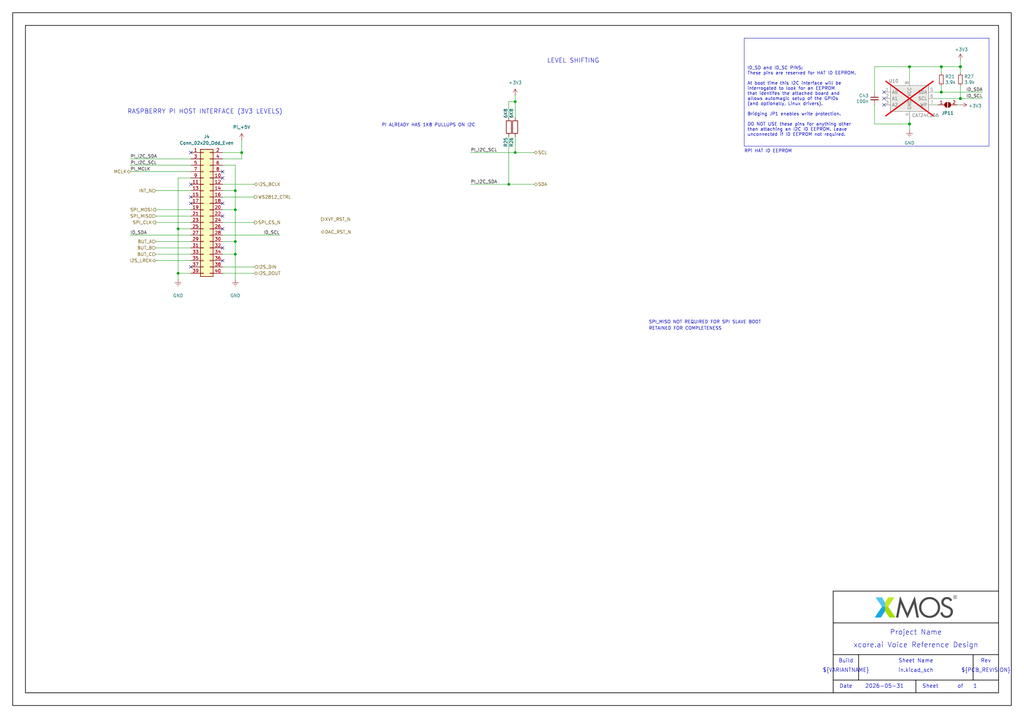
<source format=kicad_sch>
(kicad_sch (version 20231120) (generator "eeschema") (generator_version "8.0")
  (paper "User" 408.94 287.02)
  (title_block (title "xcore.ai Voice Reference Design") (rev "1V0"))
  (lib_symbols
    (symbol "Connector_Generic:Conn_02x20_Odd_Even" (pin_names (offset 1.016) hide)
      (property "Reference" "J" (at 1.27 25.4 0))
      (property "Value" "Conn_02x20_Odd_Even" (at 1.27 -27.94 0))
      (symbol "Conn_02x20_Odd_Even_1_1"
        (rectangle (start -1.27 -25.273) (end 0 -25.527) (stroke (width 0.1524)))
        (rectangle (start -1.27 -22.733) (end 0 -22.987) (stroke (width 0.1524)))
        (rectangle (start -1.27 -20.193) (end 0 -20.447) (stroke (width 0.1524)))
        (rectangle (start -1.27 -17.653) (end 0 -17.907) (stroke (width 0.1524)))
        (rectangle (start -1.27 -15.113) (end 0 -15.367) (stroke (width 0.1524)))
        (rectangle (start -1.27 -12.573) (end 0 -12.827) (stroke (width 0.1524)))
        (rectangle (start -1.27 -10.033) (end 0 -10.287) (stroke (width 0.1524)))
        (rectangle (start -1.27 -7.493) (end 0 -7.747) (stroke (width 0.1524)))
        (rectangle (start -1.27 -4.953) (end 0 -5.207) (stroke (width 0.1524)))
        (rectangle (start -1.27 -2.413) (end 0 -2.667) (stroke (width 0.1524)))
        (rectangle (start -1.27 0.127) (end 0 -0.127) (stroke (width 0.1524)))
        (rectangle (start -1.27 2.667) (end 0 2.413) (stroke (width 0.1524)))
        (rectangle (start -1.27 5.207) (end 0 4.953) (stroke (width 0.1524)))
        (rectangle (start -1.27 7.747) (end 0 7.493) (stroke (width 0.1524)))
        (rectangle (start -1.27 10.287) (end 0 10.033) (stroke (width 0.1524)))
        (rectangle (start -1.27 12.827) (end 0 12.573) (stroke (width 0.1524)))
        (rectangle (start -1.27 15.367) (end 0 15.113) (stroke (width 0.1524)))
        (rectangle (start -1.27 17.907) (end 0 17.653) (stroke (width 0.1524)))
        (rectangle (start -1.27 20.447) (end 0 20.193) (stroke (width 0.1524)))
        (rectangle (start -1.27 22.987) (end 0 22.733) (stroke (width 0.1524)))
        (rectangle (start -1.27 24.13) (end 3.81 -26.67) (stroke (width 0.254)) (fill (type background)))
        (rectangle (start 3.81 -25.273) (end 2.54 -25.527) (stroke (width 0.1524)))
        (rectangle (start 3.81 -22.733) (end 2.54 -22.987) (stroke (width 0.1524)))
        (rectangle (start 3.81 -20.193) (end 2.54 -20.447) (stroke (width 0.1524)))
        (rectangle (start 3.81 -17.653) (end 2.54 -17.907) (stroke (width 0.1524)))
        (rectangle (start 3.81 -15.113) (end 2.54 -15.367) (stroke (width 0.1524)))
        (rectangle (start 3.81 -12.573) (end 2.54 -12.827) (stroke (width 0.1524)))
        (rectangle (start 3.81 -10.033) (end 2.54 -10.287) (stroke (width 0.1524)))
        (rectangle (start 3.81 -7.493) (end 2.54 -7.747) (stroke (width 0.1524)))
        (rectangle (start 3.81 -4.953) (end 2.54 -5.207) (stroke (width 0.1524)))
        (rectangle (start 3.81 -2.413) (end 2.54 -2.667) (stroke (width 0.1524)))
        (rectangle (start 3.81 0.127) (end 2.54 -0.127) (stroke (width 0.1524)))
        (rectangle (start 3.81 2.667) (end 2.54 2.413) (stroke (width 0.1524)))
        (rectangle (start 3.81 5.207) (end 2.54 4.953) (stroke (width 0.1524)))
        (rectangle (start 3.81 7.747) (end 2.54 7.493) (stroke (width 0.1524)))
        (rectangle (start 3.81 10.287) (end 2.54 10.033) (stroke (width 0.1524)))
        (rectangle (start 3.81 12.827) (end 2.54 12.573) (stroke (width 0.1524)))
        (rectangle (start 3.81 15.367) (end 2.54 15.113) (stroke (width 0.1524)))
        (rectangle (start 3.81 17.907) (end 2.54 17.653) (stroke (width 0.1524)))
        (rectangle (start 3.81 20.447) (end 2.54 20.193) (stroke (width 0.1524)))
        (rectangle (start 3.81 22.987) (end 2.54 22.733) (stroke (width 0.1524)))
        (pin passive line (at -5.08 22.86 0) (length 3.81) (name "Pin_1") (number "1"))
        (pin passive line (at 7.62 12.7 180) (length 3.81) (name "Pin_10") (number "10"))
        (pin passive line (at -5.08 10.16 0) (length 3.81) (name "Pin_11") (number "11"))
        (pin passive line (at 7.62 10.16 180) (length 3.81) (name "Pin_12") (number "12"))
        (pin passive line (at -5.08 7.62 0) (length 3.81) (name "Pin_13") (number "13"))
        (pin passive line (at 7.62 7.62 180) (length 3.81) (name "Pin_14") (number "14"))
        (pin passive line (at -5.08 5.08 0) (length 3.81) (name "Pin_15") (number "15"))
        (pin passive line (at 7.62 5.08 180) (length 3.81) (name "Pin_16") (number "16"))
        (pin passive line (at -5.08 2.54 0) (length 3.81) (name "Pin_17") (number "17"))
        (pin passive line (at 7.62 2.54 180) (length 3.81) (name "Pin_18") (number "18"))
        (pin passive line (at -5.08 0 0) (length 3.81) (name "Pin_19") (number "19"))
        (pin passive line (at 7.62 22.86 180) (length 3.81) (name "Pin_2") (number "2"))
        (pin passive line (at 7.62 0 180) (length 3.81) (name "Pin_20") (number "20"))
        (pin passive line (at -5.08 -2.54 0) (length 3.81) (name "Pin_21") (number "21"))
        (pin passive line (at 7.62 -2.54 180) (length 3.81) (name "Pin_22") (number "22"))
        (pin passive line (at -5.08 -5.08 0) (length 3.81) (name "Pin_23") (number "23"))
        (pin passive line (at 7.62 -5.08 180) (length 3.81) (name "Pin_24") (number "24"))
        (pin passive line (at -5.08 -7.62 0) (length 3.81) (name "Pin_25") (number "25"))
        (pin passive line (at 7.62 -7.62 180) (length 3.81) (name "Pin_26") (number "26"))
        (pin passive line (at -5.08 -10.16 0) (length 3.81) (name "Pin_27") (number "27"))
        (pin passive line (at 7.62 -10.16 180) (length 3.81) (name "Pin_28") (number "28"))
        (pin passive line (at -5.08 -12.7 0) (length 3.81) (name "Pin_29") (number "29"))
        (pin passive line (at -5.08 20.32 0) (length 3.81) (name "Pin_3") (number "3"))
        (pin passive line (at 7.62 -12.7 180) (length 3.81) (name "Pin_30") (number "30"))
        (pin passive line (at -5.08 -15.24 0) (length 3.81) (name "Pin_31") (number "31"))
        (pin passive line (at 7.62 -15.24 180) (length 3.81) (name "Pin_32") (number "32"))
        (pin passive line (at -5.08 -17.78 0) (length 3.81) (name "Pin_33") (number "33"))
        (pin passive line (at 7.62 -17.78 180) (length 3.81) (name "Pin_34") (number "34"))
        (pin passive line (at -5.08 -20.32 0) (length 3.81) (name "Pin_35") (number "35"))
        (pin passive line (at 7.62 -20.32 180) (length 3.81) (name "Pin_36") (number "36"))
        (pin passive line (at -5.08 -22.86 0) (length 3.81) (name "Pin_37") (number "37"))
        (pin passive line (at 7.62 -22.86 180) (length 3.81) (name "Pin_38") (number "38"))
        (pin passive line (at -5.08 -25.4 0) (length 3.81) (name "Pin_39") (number "39"))
        (pin passive line (at 7.62 20.32 180) (length 3.81) (name "Pin_4") (number "4"))
        (pin passive line (at 7.62 -25.4 180) (length 3.81) (name "Pin_40") (number "40"))
        (pin passive line (at -5.08 17.78 0) (length 3.81) (name "Pin_5") (number "5"))
        (pin passive line (at 7.62 17.78 180) (length 3.81) (name "Pin_6") (number "6"))
        (pin passive line (at -5.08 15.24 0) (length 3.81) (name "Pin_7") (number "7"))
        (pin passive line (at 7.62 15.24 180) (length 3.81) (name "Pin_8") (number "8"))
        (pin passive line (at -5.08 12.7 0) (length 3.81) (name "Pin_9") (number "9"))
      )
    )
    (symbol "Device:C_Small" (pin_numbers hide) (pin_names (offset 0.254) hide)
      (property "Reference" "C" (at 0.254 1.778 0))
      (property "Value" "C_Small" (at 0.254 -2.032 0))
      (symbol "C_Small_0_1"
        (polyline (pts (xy -1.524 -0.508) (xy 1.524 -0.508)) (stroke (width 0.3302)))
        (polyline (pts (xy -1.524 0.508) (xy 1.524 0.508)) (stroke (width 0.3048)))
      )
      (symbol "C_Small_1_1"
        (pin passive line (at 0 2.54 270) (length 2.032) (name "~") (number "1"))
        (pin passive line (at 0 -2.54 90) (length 2.032) (name "~") (number "2"))
      )
    )
    (symbol "Device:R" (pin_numbers hide) (pin_names (offset 0))
      (property "Reference" "R" (at 2.032 0 90))
      (property "Value" "R" (at 0 0 90))
      (symbol "R_0_1"
        (rectangle (start -1.016 -2.54) (end 1.016 2.54) (stroke (width 0.254)))
      )
      (symbol "R_1_1"
        (pin passive line (at 0 3.81 270) (length 1.27) (name "~") (number "1"))
        (pin passive line (at 0 -3.81 90) (length 1.27) (name "~") (number "2"))
      )
    )
    (symbol "Device:R_Small" (pin_numbers hide) (pin_names (offset 0.254) hide)
      (property "Reference" "R" (at 0.762 0.508 0))
      (property "Value" "R_Small" (at 0.762 -1.016 0))
      (symbol "R_Small_0_1"
        (rectangle (start -0.762 1.778) (end 0.762 -1.778) (stroke (width 0.2032)))
      )
      (symbol "R_Small_1_1"
        (pin passive line (at 0 2.54 270) (length 0.762) (name "~") (number "1"))
        (pin passive line (at 0 -2.54 90) (length 0.762) (name "~") (number "2"))
      )
    )
    (symbol "Jumper:SolderJumper_2_Open" (pin_names (offset 0) hide)
      (property "Reference" "JP" (at 0 2.032 0))
      (property "Value" "SolderJumper_2_Open" (at 0 -2.54 0))
      (symbol "SolderJumper_2_Open_0_1"
        (arc (start -0.254 1.016) (mid -1.2656 0) (end -0.254 -1.016))
        (arc (start -0.254 1.016) (mid -1.2656 0) (end -0.254 -1.016) (fill (type outline)))
        (polyline (pts (xy -0.254 1.016) (xy -0.254 -1.016)))
        (polyline (pts (xy 0.254 1.016) (xy 0.254 -1.016)))
        (arc (start 0.254 -1.016) (mid 1.2656 0) (end 0.254 1.016))
        (arc (start 0.254 -1.016) (mid 1.2656 0) (end 0.254 1.016) (fill (type outline)))
      )
      (symbol "SolderJumper_2_Open_1_1"
        (pin passive line (at -3.81 0 0) (length 2.54) (name "A") (number "1"))
        (pin passive line (at 3.81 0 180) (length 2.54) (name "B") (number "2"))
      )
    )
    (symbol "Memory_EEPROM:CAT24C256"
      (property "Reference" "U" (at -6.35 6.35 0))
      (property "Value" "CAT24C256" (at 1.27 6.35 0))
      (symbol "CAT24C256_1_1"
        (rectangle (start -7.62 5.08) (end 7.62 -5.08) (stroke (width 0.254)) (fill (type background)))
        (pin input line (at -10.16 2.54 0) (length 2.54) (name "A0") (number "1"))
        (pin input line (at -10.16 0 0) (length 2.54) (name "A1") (number "2"))
        (pin input line (at -10.16 -2.54 0) (length 2.54) (name "A2") (number "3"))
        (pin power_in line (at 0 -7.62 90) (length 2.54) (name "GND") (number "4"))
        (pin bidirectional line (at 10.16 2.54 180) (length 2.54) (name "SDA") (number "5"))
        (pin input line (at 10.16 0 180) (length 2.54) (name "SCL") (number "6"))
        (pin input line (at 10.16 -2.54 180) (length 2.54) (name "WP") (number "7"))
        (pin power_in line (at 0 7.62 270) (length 2.54) (name "VCC") (number "8"))
      )
    )
    (symbol "power:+3.3V" (power) (pin_names (offset 0))
      (property "Value" "+3.3V" (at 0 3.556 0))
      (symbol "+3.3V_0_1"
        (polyline (pts (xy -0.762 1.27) (xy 0 2.54)))
        (polyline (pts (xy 0 0) (xy 0 2.54)))
        (polyline (pts (xy 0 2.54) (xy 0.762 1.27)))
      )
      (symbol "+3.3V_1_1"
        (pin power_in line (at 0 0 90) (length 0) hide (name "+3V3") (number "1"))
      )
    )
    (symbol "power:+3V3" (power) (pin_numbers hide) (pin_names (offset 0) hide)
      (property "Value" "+3V3" (at 0 3.556 0))
      (symbol "+3V3_0_1"
        (polyline (pts (xy -0.762 1.27) (xy 0 2.54)))
        (polyline (pts (xy 0 0) (xy 0 2.54)))
        (polyline (pts (xy 0 2.54) (xy 0.762 1.27)))
      )
      (symbol "+3V3_1_1"
        (pin power_in line (at 0 0 90) (length 0) (name "~") (number "1"))
      )
    )
    (symbol "power:+5V" (power) (pin_numbers hide) (pin_names (offset 0) hide)
      (property "Value" "+5V" (at 0 3.556 0))
      (symbol "+5V_0_1"
        (polyline (pts (xy -0.762 1.27) (xy 0 2.54)))
        (polyline (pts (xy 0 0) (xy 0 2.54)))
        (polyline (pts (xy 0 2.54) (xy 0.762 1.27)))
      )
      (symbol "+5V_1_1"
        (pin power_in line (at 0 0 90) (length 0) (name "~") (number "1"))
      )
    )
    (symbol "power:Earth" (power) (pin_numbers hide) (pin_names (offset 0) hide)
      (property "Value" "Earth" (at 0 -3.81 0))
      (symbol "Earth_0_1"
        (polyline (pts (xy -0.635 -1.905) (xy 0.635 -1.905)))
        (polyline (pts (xy -0.127 -2.54) (xy 0.127 -2.54)))
        (polyline (pts (xy 0 -1.27) (xy 0 0)))
        (polyline (pts (xy 1.27 -1.27) (xy -1.27 -1.27)))
      )
      (symbol "Earth_1_1"
        (pin power_in line (at 0 0 270) (length 0) (name "~") (number "1"))
      )
    )
  )
  (junction (at 71.12 91.44))
  (junction (at 363.22 26.67) (diameter 1.016))
  (junction (at 96.52 60.96))
  (junction (at 93.98 76.2))
  (junction (at 375.92 36.83) (diameter 1.016))
  (junction (at 71.12 109.22))
  (junction (at 93.98 96.52))
  (junction (at 383.54 39.37) (diameter 1.016))
  (junction (at 93.98 83.82))
  (junction (at 205.74 60.96))
  (junction (at 363.22 49.53) (diameter 1.016))
  (junction (at 93.98 101.6))
  (junction (at 203.2 73.66))
  (junction (at 205.74 40.64))
  (junction (at 383.54 26.67) (diameter 1.016))
  (junction (at 375.92 26.67) (diameter 1.016))
  (no_connect (at 88.9 81.28))
  (no_connect (at 76.2 73.66))
  (no_connect (at 76.2 78.74))
  (no_connect (at 76.2 106.68))
  (no_connect (at 88.9 99.06))
  (no_connect (at 88.9 91.44))
  (no_connect (at 353.06 36.83))
  (no_connect (at 88.9 71.12))
  (no_connect (at 88.9 68.58))
  (no_connect (at 88.9 104.14))
  (no_connect (at 353.06 41.91))
  (no_connect (at 353.06 39.37))
  (no_connect (at 76.2 60.96))
  (no_connect (at 88.9 86.36))
  (no_connect (at 76.2 81.28))
  (wire (pts (xy 62.23 101.6) (xy 76.2 101.6)))
  (wire (pts (xy 363.22 46.99) (xy 363.22 49.53)))
  (wire (pts (xy 88.9 73.66) (xy 101.6 73.66)))
  (polyline (pts (xy 332.74 276.86) (xy 332.74 248.92)) (stroke (width 0.254) (type solid) (color 0 0 0 1)))
  (wire (pts (xy 373.38 41.91) (xy 374.65 41.91)))
  (wire (pts (xy 88.9 88.9) (xy 101.6 88.9)))
  (polyline (pts (xy 332.74 236.22) (xy 398.78 236.22)) (stroke (width 0.254) (type solid) (color 0 0 0 1)))
  (wire (pts (xy 363.22 26.67) (xy 363.22 31.75)))
  (wire (pts (xy 375.92 26.67) (xy 375.92 29.21)))
  (wire (pts (xy 187.96 73.66) (xy 203.2 73.66)))
  (wire (pts (xy 88.9 109.22) (xy 101.6 109.22)))
  (wire (pts (xy 96.52 60.96) (xy 96.52 55.88)))
  (wire (pts (xy 88.9 83.82) (xy 93.98 83.82)))
  (polyline (pts (xy 332.74 248.92) (xy 398.78 248.92)) (stroke (width 0.254) (type solid) (color 0 0 0 1)))
  (wire (pts (xy 71.12 71.12) (xy 71.12 91.44)))
  (wire (pts (xy 205.74 38.1) (xy 205.74 40.64)))
  (polyline (pts (xy 332.74 271.78) (xy 398.78 271.78)) (stroke (width 0.254) (type solid) (color 0 0 0 1)))
  (wire (pts (xy 88.9 106.68) (xy 101.6 106.68)))
  (wire (pts (xy 383.54 29.21) (xy 383.54 26.67)))
  (wire (pts (xy 373.38 36.83) (xy 375.92 36.83)))
  (polyline (pts (xy 388.62 261.62) (xy 388.62 271.78)) (stroke (width 0.254) (type solid) (color 0 0 0 1)))
  (wire (pts (xy 382.27 41.91) (xy 383.54 41.91)))
  (wire (pts (xy 52.07 68.58) (xy 76.2 68.58)))
  (wire (pts (xy 71.12 91.44) (xy 71.12 109.22)))
  (wire (pts (xy 52.07 63.5) (xy 76.2 63.5)))
  (wire (pts (xy 62.23 99.06) (xy 76.2 99.06)))
  (wire (pts (xy 88.9 63.5) (xy 96.52 63.5)))
  (wire (pts (xy 203.2 46.99) (xy 203.2 40.64)))
  (wire (pts (xy 88.9 76.2) (xy 93.98 76.2)))
  (wire (pts (xy 88.9 60.96) (xy 96.52 60.96)))
  (wire (pts (xy 93.98 83.82) (xy 93.98 96.52)))
  (wire (pts (xy 383.54 34.29) (xy 383.54 39.37)))
  (wire (pts (xy 88.9 96.52) (xy 93.98 96.52)))
  (wire (pts (xy 62.23 104.14) (xy 76.2 104.14)))
  (wire (pts (xy 62.23 83.82) (xy 76.2 83.82)))
  (wire (pts (xy 373.38 39.37) (xy 383.54 39.37)))
  (wire (pts (xy 383.54 39.37) (xy 392.43 39.37)))
  (wire (pts (xy 93.98 96.52) (xy 93.98 101.6)))
  (wire (pts (xy 203.2 40.64) (xy 205.74 40.64)))
  (wire (pts (xy 62.23 96.52) (xy 76.2 96.52)))
  (wire (pts (xy 96.52 63.5) (xy 96.52 60.96)))
  (wire (pts (xy 76.2 71.12) (xy 71.12 71.12)))
  (wire (pts (xy 88.9 101.6) (xy 93.98 101.6)))
  (wire (pts (xy 62.23 86.36) (xy 76.2 86.36)))
  (polyline (pts (xy 365.76 271.78) (xy 365.76 276.86)) (stroke (width 0.254) (type solid) (color 0 0 0 1)))
  (polyline (pts (xy 332.74 248.92) (xy 332.74 236.22)) (stroke (width 0.254) (type solid) (color 0 0 0 1)))
  (polyline (pts (xy 332.74 261.62) (xy 398.78 261.62)) (stroke (width 0.254) (type solid) (color 0 0 0 1)))
  (wire (pts (xy 88.9 78.74) (xy 101.6 78.74)))
  (wire (pts (xy 203.2 54.61) (xy 203.2 73.66)))
  (wire (pts (xy 363.22 26.67) (xy 349.25 26.67)))
  (wire (pts (xy 205.74 60.96) (xy 213.36 60.96)))
  (wire (pts (xy 349.25 41.91) (xy 349.25 49.53)))
  (wire (pts (xy 375.92 34.29) (xy 375.92 36.83)))
  (wire (pts (xy 349.25 26.67) (xy 349.25 36.83)))
  (wire (pts (xy 93.98 101.6) (xy 93.98 111.76)))
  (wire (pts (xy 383.54 26.67) (xy 375.92 26.67)))
  (wire (pts (xy 363.22 49.53) (xy 363.22 52.07)))
  (wire (pts (xy 349.25 49.53) (xy 363.22 49.53)))
  (polyline (pts (xy 342.9 261.62) (xy 342.9 271.78)) (stroke (width 0.254) (type solid) (color 0 0 0 1)))
  (wire (pts (xy 363.22 26.67) (xy 375.92 26.67)))
  (wire (pts (xy 187.96 60.96) (xy 205.74 60.96)))
  (wire (pts (xy 71.12 109.22) (xy 76.2 109.22)))
  (wire (pts (xy 205.74 54.61) (xy 205.74 60.96)))
  (wire (pts (xy 62.23 88.9) (xy 76.2 88.9)))
  (wire (pts (xy 375.92 36.83) (xy 392.43 36.83)))
  (wire (pts (xy 93.98 76.2) (xy 93.98 83.82)))
  (wire (pts (xy 88.9 66.04) (xy 93.98 66.04)))
  (wire (pts (xy 62.23 76.2) (xy 76.2 76.2)))
  (wire (pts (xy 52.07 66.04) (xy 76.2 66.04)))
  (wire (pts (xy 71.12 91.44) (xy 76.2 91.44)))
  (wire (pts (xy 52.07 93.98) (xy 76.2 93.98)))
  (wire (pts (xy 71.12 109.22) (xy 71.12 111.76)))
  (wire (pts (xy 205.74 40.64) (xy 205.74 46.99)))
  (wire (pts (xy 203.2 73.66) (xy 213.36 73.66)))
  (wire (pts (xy 93.98 66.04) (xy 93.98 76.2)))
  (wire (pts (xy 111.76 93.98) (xy 88.9 93.98)))
  (wire (pts (xy 383.54 24.13) (xy 383.54 26.67)))
  (rectangle (start 297.18 15.24) (end 394.97 58.42))
  (rectangle (start 398.78 10.16) (end 10.16 276.86) (stroke (width 0.254) (color 0 0 0 1)))
  (rectangle (start 403.86 5.08) (end 5.08 281.94) (stroke (width 0.254) (color 0 0 0 1)))
  (image (at 365.76 242.468) (scale 0.119293))
  (text "Date" (at 337.82 274.32 0) (effects (font (size 1.524 1.524))))
  (text "Sheet" (at 368.3 274.32 0) (effects (font (size 1.524 1.524)) (justify left)))
  (text "Rev" (at 393.7 264.16 0) (effects (font (size 1.524 1.524))))
  (text "RETAINED FOR COMPLETENESS" (at 259.08 132.08 0) (effects (font (size 1.27 1.27)) (justify left bottom)))
  (text "ID_SD and ID_SC PINS:\nThese pins are reserved for HAT ID EEPROM.\n\nAt boot time this I2C interface will be\ninterrogated to look for an EEPROM\nthat identifes the attached board and\nallows automagic setup of the GPIOs\n(and optionally, Linux drivers).\n\nBridging JP1 enables write protection.\n\nDO NOT USE these pins for anything other\nthan attaching an I2C ID EEPROM. Leave\nunconnected if ID EEPROM not required." (at 298.45 54.61 0) (effects (font (size 1.27 1.27)) (justify left bottom)))
  (text "${#}" (at 378.46 274.32 0) (effects (font (size 1.524 1.524))))
  (text "RASPBERRY PI HOST INTERFACE (3V3 LEVELS)" (at 50.8 45.72 0) (effects (font (size 1.778 1.778)) (justify left bottom)))
  (text "${TITLE}" (at 365.76 259.08 0) (effects (font (size 2.032 2.032)) (justify bottom)))
  (text "${VARIANTNAME}" (at 337.82 267.97 0) (effects (font (size 1.524 1.524))))
  (text "of" (at 383.54 274.32 0) (effects (font (size 1.524 1.524))))
  (text "Build" (at 337.82 264.16 0) (effects (font (size 1.524 1.524))))
  (text "SPI_MISO NOT REQUIRED FOR SPI SLAVE BOOT" (at 259.08 129.54 0) (effects (font (size 1.27 1.27)) (justify left bottom)))
  (text "${CURRENT_DATE}" (at 345.44 274.32 0) (effects (font (size 1.524 1.524)) (justify left)))
  (text "LEVEL SHIFTING" (at 218.44 25.4 0) (effects (font (size 1.778 1.778)) (justify left bottom)))
  (text "RPi HAT ID EEPROM" (at 297.18 60.452 0) (effects (font (size 1.27 1.27)) (justify left)))
  (text "${##}" (at 388.62 274.32 0) (effects (font (size 1.524 1.524)) (justify left)))
  (text "Project Name" (at 365.76 254 0) (effects (font (size 2.032 2.032)) (justify bottom)))
  (text "Sheet Name" (at 365.76 264.16 0) (effects (font (size 1.524 1.524))))
  (text "${FILENAME}" (at 365.76 267.97 0) (effects (font (size 1.524 1.524))))
  (text "PI ALREADY HAS 1K8 PULLUPS ON I2C" (at 152.4 50.8 0) (effects (font (size 1.27 1.27)) (justify left bottom)))
  (text "${PCB_REVISION}" (at 393.7 267.97 0) (effects (font (size 1.524 1.524))))
  (label "PI_I2C_SDA" (at 187.96 73.66 0))
  (label "PI_I2C_SDA" (at 52.07 63.5 0))
  (label "ID_SCL" (at 392.43 39.37 180))
  (label "PI_I2C_SCL" (at 187.96 60.96 0))
  (label "ID_SDA" (at 392.43 36.83 180))
  (label "ID_SCL" (at 111.76 93.98 180))
  (label "ID_SDA" (at 52.07 93.98 0))
  (label "PI_MCLK" (at 52.07 68.58 0))
  (label "PI_I2C_SCL" (at 52.07 66.04 0))
  (hierarchical_label "XVF_RST_N" (shape output) (at 128.27 87.63 0))
  (hierarchical_label "INT_N" (shape input) (at 62.23 76.2 180))
  (hierarchical_label "MCLK" (shape bidirectional) (at 52.07 68.58 180))
  (hierarchical_label "WS2812_CTRL" (shape output) (at 101.6 78.74 0))
  (hierarchical_label "BUT_C" (shape input) (at 62.23 101.6 180))
  (hierarchical_label "SPI_CS_N" (shape output) (at 101.6 88.9 0))
  (hierarchical_label "SPI_MISO" (shape input) (at 62.23 86.36 180))
  (hierarchical_label "SPI_MOSI" (shape output) (at 62.23 83.82 180))
  (hierarchical_label "I2S_LRCK" (shape bidirectional) (at 62.23 104.14 180))
  (hierarchical_label "DAC_RST_N" (shape bidirectional) (at 128.27 92.71 0))
  (hierarchical_label "BUT_B" (shape input) (at 62.23 99.06 180))
  (hierarchical_label "I2S_DOUT" (shape bidirectional) (at 101.6 109.22 0))
  (hierarchical_label "SDA" (shape bidirectional) (at 213.36 73.66 0))
  (hierarchical_label "I2S_DIN" (shape input) (at 101.6 106.68 0))
  (hierarchical_label "I2S_BCLK" (shape bidirectional) (at 101.6 73.66 0))
  (hierarchical_label "BUT_A" (shape input) (at 62.23 96.52 180))
  (hierarchical_label "SCL" (shape bidirectional) (at 213.36 60.96 0))
  (hierarchical_label "SPI_CLK" (shape output) (at 62.23 88.9 180))
  (symbol (lib_id "Connector_Generic:Conn_02x20_Odd_Even") (at 81.28 83.82 0) (unit 1)
    (property "Reference" "J4" (at 82.55 54.61 0))
    (property "Value" "Conn_02x20_Odd_Even" (at 82.55 57.15 0))
    (property "Footprint" "Library:PinSocket_2x20_P2.54mm_Vertical_Through_SMD" (effects (hide yes)))
    (property "Description" "Generic connector, double row, 02x20, odd/even pin numbering scheme (row 1 odd numbers, row 2 even numbers), script generated (kicad-library-utils/schlib/autogen/connector/)" (effects (hide yes)))
  )
  (symbol (lib_id "power:+5V") (at 96.52 55.88 0) (unit 1)
    (property "Reference" "#PWR06" (effects (hide yes)))
    (property "Value" "PI_+5V" (at 96.52 50.8 0))
    (property "Description" "Power symbol creates a global label with name \"+5V\"" (effects (hide yes)))
  )
  (symbol (lib_id "Device:R_Small") (at 375.92 31.75 0) (unit 1)
    (property "Reference" "R21" (at 377.4186 30.607 0) (effects (justify left)))
    (property "Value" "3.9k" (at 377.4187 32.8993 0) (effects (justify left)))
    (property "Footprint" "Resistor_SMD:R_0402_1005Metric" (effects (hide yes)))
  )
  (symbol (lib_id "power:Earth") (at 363.22 52.07 0) (unit 1)
    (property "Reference" "#PWR011" (effects (hide yes)))
    (property "Value" "GND" (at 363.22 57.15 0))
    (property "Description" "Power symbol creates a global label with name \"Earth\"" (effects (hide yes)))
  )
  (symbol (lib_id "Device:R_Small") (at 383.54 31.75 0) (unit 1)
    (property "Reference" "R27" (at 385.0386 30.607 0) (effects (justify left)))
    (property "Value" "3.9k" (at 385.0387 32.8993 0) (effects (justify left)))
    (property "Footprint" "Resistor_SMD:R_0402_1005Metric" (effects (hide yes)))
  )
  (symbol (lib_id "Device:C_Small") (at 349.25 39.37 0) (unit 1)
    (property "Reference" "C43" (at 346.9258 38.2206 0) (effects (justify right)))
    (property "Value" "100n" (at 346.9258 40.5193 0) (effects (justify right)))
    (property "Footprint" "Capacitor_SMD:C_0402_1005Metric" (effects (hide yes)))
  )
  (symbol (lib_id "Device:R") (at 203.2 50.8 0) (unit 1)
    (property "Reference" "R25" (at 202.692 54.864 90) (effects (justify right bottom)))
    (property "Value" "6K8" (at 202.692 47.244 90) (effects (justify left bottom)))
    (property "Footprint" "Resistor_SMD:R_0402_1005Metric" (effects (hide yes)))
    (property "Description" "Resistor" (effects (hide yes)))
    (property "ALTIUM_VALUE" "6K8" (effects (hide yes)))
    (property "PART NUMBER" "STD-01-0076" (effects (hide yes)))
    (property "TOLERANCE" "1%" (effects (hide yes)))
    (property "MAX VOLTAGE" "50V" (effects (hide yes)))
    (property "MAX POWER" "63mW" (effects (hide yes)))
    (property "TEMPERATURE COEFFICIENT" "±100ppm/°C" (effects (hide yes)))
    (property "MANUFACTURER" "Yageo" (effects (hide yes)))
    (property "MANUFACTURER PART NUMBER" "RC0402FR-076K8L" (effects (hide yes)))
    (property "APPROX VOLUME COST ($)" "0.002" (effects (hide yes)))
    (property "WEB SEARCH LINK" "http://www.google.com/search?q=RC0402FR-076K8L" (effects (hide yes)))
  )
  (symbol (lib_id "Jumper:SolderJumper_2_Open") (at 378.46 41.91 0) (unit 1)
    (property "Reference" "JP11" (at 378.46 45.193 0))
    (property "Value" "ID_WP" (effects (hide yes)))
    (property "Footprint" "Jumper:SolderJumper-2_P1.3mm_Open_RoundedPad1.0x1.5mm" (effects (hide yes)))
  )
  (symbol (lib_id "power:+3V3") (at 205.74 38.1 0) (unit 1)
    (property "Reference" "#PWR010" (effects (hide yes)))
    (property "Value" "+3V3" (at 205.74 33.02 0))
    (property "Description" "Power symbol creates a global label with name \"+3V3\"" (effects (hide yes)))
  )
  (symbol (lib_id "power:+3.3V") (at 383.54 41.91 270) (unit 1)
    (property "Reference" "#PWR013" (effects (hide yes)))
    (property "Value" "+3V3" (at 386.7151 42.2783 90) (effects (justify left)))
  )
  (symbol (lib_id "Device:R") (at 205.74 50.8 0) (unit 1)
    (property "Reference" "R26" (at 204.978 54.864 90) (effects (justify right bottom)))
    (property "Value" "6K8" (at 204.978 47.244 90) (effects (justify left bottom)))
    (property "Footprint" "Resistor_SMD:R_0402_1005Metric" (effects (hide yes)))
    (property "Description" "Resistor" (effects (hide yes)))
    (property "ALTIUM_VALUE" "6K8" (effects (hide yes)))
    (property "PART NUMBER" "STD-01-0076" (effects (hide yes)))
    (property "TOLERANCE" "1%" (effects (hide yes)))
    (property "MAX VOLTAGE" "50V" (effects (hide yes)))
    (property "MAX POWER" "63mW" (effects (hide yes)))
    (property "TEMPERATURE COEFFICIENT" "±100ppm/°C" (effects (hide yes)))
    (property "MANUFACTURER" "Yageo" (effects (hide yes)))
    (property "MANUFACTURER PART NUMBER" "RC0402FR-076K8L" (effects (hide yes)))
    (property "APPROX VOLUME COST ($)" "0.002" (effects (hide yes)))
    (property "WEB SEARCH LINK" "http://www.google.com/search?q=RC0402FR-076K8L" (effects (hide yes)))
  )
  (symbol (lib_id "power:+3.3V") (at 383.54 24.13 0) (unit 1)
    (property "Reference" "#PWR012" (effects (hide yes)))
    (property "Value" "+3V3" (at 383.9083 19.8056 0))
  )
  (symbol (lib_id "Memory_EEPROM:CAT24C256") (at 363.22 39.37 0) (unit 1) (in_bom no) (dnp yes)
    (property "Reference" "U10" (at 356.87 32.3658 0))
    (property "Value" "CAT24C256" (at 369.57 46.0945 0))
    (property "Footprint" "Package_SO:SOIC-8_3.9x4.9mm_P1.27mm" (effects (hide yes)))
    (property "Datasheet" "https://www.onsemi.cn/PowerSolutions/document/CAT24C256-D.PDF" (effects (hide yes)))
  )
  (symbol (lib_id "power:Earth") (at 71.12 111.76 0) (unit 1)
    (property "Reference" "#PWR0186" (effects (hide yes)))
    (property "Value" "GND" (at 71.12 118.11 0))
    (property "Description" "Power symbol creates a global label with name \"Earth\"" (effects (hide yes)))
  )
  (symbol (lib_id "power:Earth") (at 93.98 111.76 0) (unit 1)
    (property "Reference" "#PWR0187" (effects (hide yes)))
    (property "Value" "GND" (at 93.98 118.11 0))
    (property "Description" "Power symbol creates a global label with name \"Earth\"" (effects (hide yes)))
  )
)
</source>
